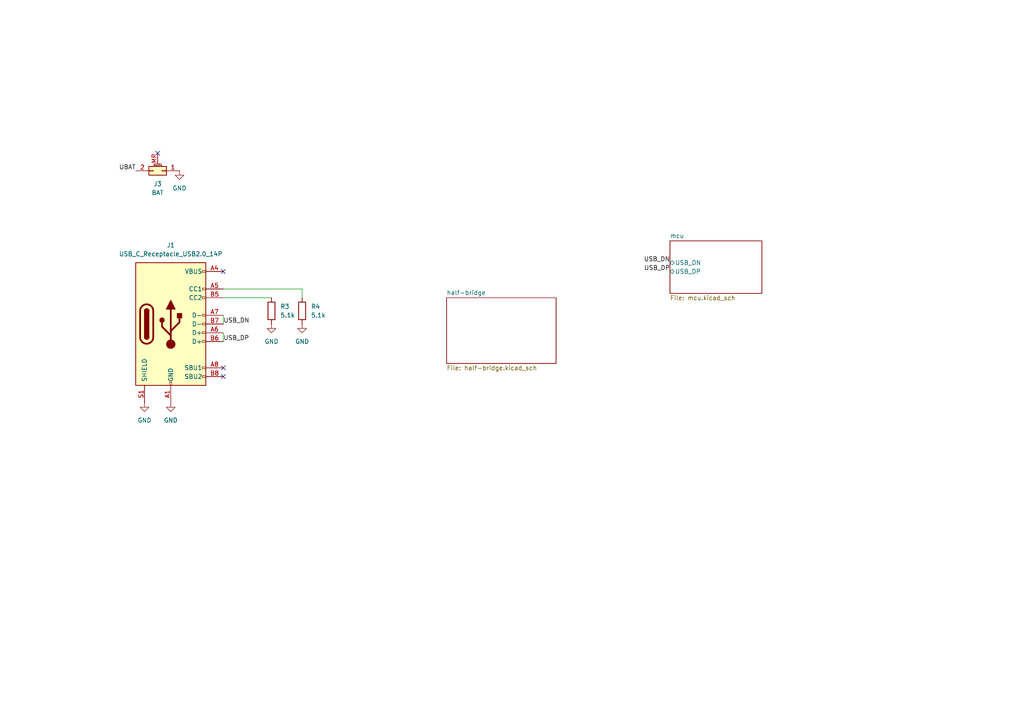
<source format=kicad_sch>
(kicad_sch (version 20250114) (generator "eeschema") (generator_version "9.0")
  (paper "A4")
  (lib_symbols
    (symbol "Connector:USB_C_Receptacle_USB2.0_16P" (pin_names (offset 1.016))
      (property "Reference" "J" (at 0 22.225 0))
      (property "Value" "USB_C_Receptacle_USB2.0_16P" (at 0 19.685 0))
      (symbol "USB_C_Receptacle_USB2.0_16P_0_0"
        (rectangle (start -0.254 -17.78) (end 0.254 -16.764))
        (rectangle (start 10.16 15.494) (end 9.144 14.986))
        (rectangle (start 10.16 10.414) (end 9.144 9.906))
        (rectangle (start 10.16 7.874) (end 9.144 7.366))
        (rectangle (start 10.16 2.794) (end 9.144 2.286))
        (rectangle (start 10.16 0.254) (end 9.144 -0.254))
        (rectangle (start 10.16 -2.286) (end 9.144 -2.794))
        (rectangle (start 10.16 -4.826) (end 9.144 -5.334))
        (rectangle (start 10.16 -12.446) (end 9.144 -12.954))
        (rectangle (start 10.16 -14.986) (end 9.144 -15.494))
      )
      (symbol "USB_C_Receptacle_USB2.0_16P_0_1"
        (rectangle (start -10.16 17.78) (end 10.16 -17.78) (stroke (width 0.254)) (fill (type background)))
        (polyline (pts (xy -8.89 -3.81) (xy -8.89 3.81)) (stroke (width 0.508)))
        (rectangle (start -7.62 -3.81) (end -6.35 3.81) (stroke (width 0.254)) (fill (type outline)))
        (arc (start -7.62 3.81) (mid -6.985 4.4423) (end -6.35 3.81) (stroke (width 0.254)))
        (arc (start -7.62 3.81) (mid -6.985 4.4423) (end -6.35 3.81) (stroke (width 0.254)) (fill (type outline)))
        (arc (start -8.89 3.81) (mid -6.985 5.7067) (end -5.08 3.81) (stroke (width 0.508)))
        (arc (start -5.08 -3.81) (mid -6.985 -5.7067) (end -8.89 -3.81) (stroke (width 0.508)))
        (arc (start -6.35 -3.81) (mid -6.985 -4.4423) (end -7.62 -3.81) (stroke (width 0.254)))
        (arc (start -6.35 -3.81) (mid -6.985 -4.4423) (end -7.62 -3.81) (stroke (width 0.254)) (fill (type outline)))
        (polyline (pts (xy -5.08 3.81) (xy -5.08 -3.81)) (stroke (width 0.508)))
        (circle (center -2.54 1.143) (radius 0.635) (stroke (width 0.254)) (fill (type outline)))
        (polyline (pts (xy -1.27 4.318) (xy 0 6.858) (xy 1.27 4.318) (xy -1.27 4.318)) (stroke (width 0.254)) (fill (type outline)))
        (polyline (pts (xy 0 -2.032) (xy 2.54 0.508) (xy 2.54 1.778)) (stroke (width 0.508)))
        (polyline (pts (xy 0 -3.302) (xy -2.54 -0.762) (xy -2.54 0.508)) (stroke (width 0.508)))
        (polyline (pts (xy 0 -5.842) (xy 0 4.318)) (stroke (width 0.508)))
        (circle (center 0 -5.842) (radius 1.27) (fill (type outline)))
        (rectangle (start 1.905 1.778) (end 3.175 3.048) (stroke (width 0.254)) (fill (type outline)))
      )
      (symbol "USB_C_Receptacle_USB2.0_16P_1_1"
        (pin passive line (at -7.62 -22.86 90) (length 5.08) (name "SHIELD") (number "S1"))
        (pin passive line (at 0 -22.86 90) (length 5.08) (name "GND") (number "A1"))
        (pin passive line (at 0 -22.86 90) (length 5.08) (hide yes) (name "GND") (number "A12"))
        (pin passive line (at 0 -22.86 90) (length 5.08) (hide yes) (name "GND") (number "B1"))
        (pin passive line (at 0 -22.86 90) (length 5.08) (hide yes) (name "GND") (number "B12"))
        (pin passive line (at 15.24 15.24 180) (length 5.08) (name "VBUS") (number "A4"))
        (pin passive line (at 15.24 15.24 180) (length 5.08) (hide yes) (name "VBUS") (number "A9"))
        (pin passive line (at 15.24 15.24 180) (length 5.08) (hide yes) (name "VBUS") (number "B4"))
        (pin passive line (at 15.24 15.24 180) (length 5.08) (hide yes) (name "VBUS") (number "B9"))
        (pin bidirectional line (at 15.24 10.16 180) (length 5.08) (name "CC1") (number "A5"))
        (pin bidirectional line (at 15.24 7.62 180) (length 5.08) (name "CC2") (number "B5"))
        (pin bidirectional line (at 15.24 2.54 180) (length 5.08) (name "D-") (number "A7"))
        (pin bidirectional line (at 15.24 0 180) (length 5.08) (name "D-") (number "B7"))
        (pin bidirectional line (at 15.24 -2.54 180) (length 5.08) (name "D+") (number "A6"))
        (pin bidirectional line (at 15.24 -5.08 180) (length 5.08) (name "D+") (number "B6"))
        (pin bidirectional line (at 15.24 -12.7 180) (length 5.08) (name "SBU1") (number "A8"))
        (pin bidirectional line (at 15.24 -15.24 180) (length 5.08) (name "SBU2") (number "B8"))
      )
    )
    (symbol "Connector_Generic_MountingPin:Conn_02x01_MountingPin" (pin_names (offset 1.016) (hide yes))
      (property "Reference" "J" (at 1.27 2.54 0))
      (property "Value" "Conn_02x01_MountingPin" (at 2.54 -2.54 0))
      (symbol "Conn_02x01_MountingPin_1_1"
        (rectangle (start -1.27 1.27) (end 3.81 -1.27) (stroke (width 0.254)) (fill (type background)))
        (rectangle (start -1.27 0.127) (end 0 -0.127) (stroke (width 0.1524)))
        (polyline (pts (xy 0.254 -2.032) (xy 2.286 -2.032)) (stroke (width 0.1524)))
        (rectangle (start 3.81 0.127) (end 2.54 -0.127) (stroke (width 0.1524)))
        (text "Mounting" (at 1.27 -1.651 0) (effects (font (size 0.381 0.381))))
        (pin passive line (at -5.08 0 0) (length 3.81) (name "Pin_1") (number "1"))
        (pin passive line (at 1.27 -5.08 90) (length 3.048) (name "MountPin") (number "MP"))
        (pin passive line (at 7.62 0 180) (length 3.81) (name "Pin_2") (number "2"))
      )
    )
    (symbol "Device:R" (pin_numbers (hide yes)) (pin_names (offset 0))
      (property "Reference" "R" (at 2.032 0 90))
      (property "Value" "R" (at 0 0 90))
      (symbol "R_0_1"
        (rectangle (start -1.016 -2.54) (end 1.016 2.54) (stroke (width 0.254)))
      )
      (symbol "R_1_1"
        (pin passive line (at 0 3.81 270) (length 1.27) (name "~") (number "1"))
        (pin passive line (at 0 -3.81 90) (length 1.27) (name "~") (number "2"))
      )
    )
    (symbol "power:GND" (power) (pin_numbers (hide yes)) (pin_names (offset 0) (hide yes))
      (property "Value" "GND" (at 0 -3.81 0))
      (symbol "GND_0_1"
        (polyline (pts (xy 0 0) (xy 0 -1.27) (xy 1.27 -1.27) (xy 0 -2.54) (xy -1.27 -1.27) (xy 0 -1.27)))
      )
      (symbol "GND_1_1"
        (pin power_in line (at 0 0 270) (length 0) (name "~") (number "1"))
      )
    )
  )
  (no_connect (at 64.77 109.22))
  (no_connect (at 45.72 44.45))
  (no_connect (at 64.77 106.68))
  (no_connect (at 64.77 78.74))
  (wire (pts (xy 64.77 86.36) (xy 78.74 86.36)))
  (wire (pts (xy 87.63 86.36) (xy 87.63 83.82)))
  (wire (pts (xy 64.77 96.52) (xy 64.77 99.06)))
  (wire (pts (xy 64.77 91.44) (xy 64.77 93.98)))
  (wire (pts (xy 64.77 83.82) (xy 87.63 83.82)))
  (label "USB_DP" (at 64.77 99.06 0))
  (label "USB_DP" (at 194.31 78.74 180))
  (label "UBAT" (at 39.37 49.53 180))
  (label "USB_DN" (at 64.77 93.98 0))
  (label "USB_DN" (at 194.31 76.2 180))
  (symbol (lib_id "Device:R") (at 87.63 90.17 0) (unit 1)
    (property "Reference" "R4" (at 90.17 88.8999 0) (effects (justify left)))
    (property "Value" "5.1k" (at 90.17 91.4399 0) (effects (justify left)))
    (property "Footprint" "Resistor_SMD:R_0402_1005Metric" (effects (hide yes)))
    (property "Description" "Resistor" (effects (hide yes)))
  )
  (symbol (lib_id "power:GND") (at 49.53 116.84 0) (unit 1)
    (property "Reference" "#PWR013" (effects (hide yes)))
    (property "Value" "GND" (at 49.53 121.92 0))
    (property "Description" "Power symbol creates a global label with name \"GND\" , ground" (effects (hide yes)))
  )
  (symbol (lib_id "Device:R") (at 78.74 90.17 0) (unit 1)
    (property "Reference" "R3" (at 81.28 88.8999 0) (effects (justify left)))
    (property "Value" "5.1k" (at 81.28 91.4399 0) (effects (justify left)))
    (property "Footprint" "Resistor_SMD:R_0402_1005Metric" (effects (hide yes)))
    (property "Description" "Resistor" (effects (hide yes)))
  )
  (symbol (lib_id "Connector:USB_C_Receptacle_USB2.0_16P") (at 49.53 93.98 0) (unit 1)
    (property "Reference" "J1" (at 49.53 71.12 0))
    (property "Value" "USB_C_Receptacle_USB2.0_14P" (at 49.53 73.66 0))
    (property "Footprint" "Connector_USB:USB_C_Receptacle_Palconn_UTC16-G" (effects (hide yes)))
    (property "Datasheet" "https://www.usb.org/sites/default/files/documents/usb_type-c.zip" (effects (hide yes)))
    (property "Description" "USB 2.0-only 16P Type-C Receptacle connector" (effects (hide yes)))
  )
  (symbol (lib_id "Connector_Generic_MountingPin:Conn_02x01_MountingPin") (at 46.99 49.53 180) (unit 1)
    (property "Reference" "J3" (at 45.72 53.34 0))
    (property "Value" "BAT" (at 45.72 55.88 0))
    (property "Footprint" "Connector_AMASS:AMASS_XT90PW-M_1x02_P10.90mm_Horizontal" (effects (hide yes)))
    (property "Description" "Generic connectable mounting pin connector, double row, 02x01, this symbol is compatible with counter-clockwise, top-bottom and odd-even numbering schemes., script generated (kicad-library-utils/schlib/autogen/connector/)" (effects (hide yes)))
    (property "LCSC" "C3040689" (effects (hide yes)))
  )
  (symbol (lib_id "power:GND") (at 52.07 49.53 0) (unit 1)
    (property "Reference" "#PWR010" (effects (hide yes)))
    (property "Value" "GND" (at 52.07 54.61 0))
    (property "Description" "Power symbol creates a global label with name \"GND\" , ground" (effects (hide yes)))
  )
  (symbol (lib_id "power:GND") (at 78.74 93.98 0) (unit 1)
    (property "Reference" "#PWR015" (effects (hide yes)))
    (property "Value" "GND" (at 78.74 99.06 0))
    (property "Description" "Power symbol creates a global label with name \"GND\" , ground" (effects (hide yes)))
  )
  (symbol (lib_id "power:GND") (at 41.91 116.84 0) (unit 1)
    (property "Reference" "#PWR014" (effects (hide yes)))
    (property "Value" "GND" (at 41.91 121.92 0))
    (property "Description" "Power symbol creates a global label with name \"GND\" , ground" (effects (hide yes)))
  )
  (symbol (lib_id "power:GND") (at 87.63 93.98 0) (unit 1)
    (property "Reference" "#PWR016" (effects (hide yes)))
    (property "Value" "GND" (at 87.63 99.06 0))
    (property "Description" "Power symbol creates a global label with name \"GND\" , ground" (effects (hide yes)))
  )
  (sheet (at 194.31 69.85) (size 26.67 15.24) (stroke (width 0.1524))
    (property "Sheetname" "mcu" (at 194.31 69.1384 0) (effects (justify left bottom)))
    (property "Sheetfile" "mcu.kicad_sch" (at 194.31 85.6746 0) (effects (justify left top)))
    (pin "USB_DN" bidirectional (at 194.31 76.2 180))
    (pin "USB_DP" bidirectional (at 194.31 78.74 180))
  )
  (sheet (at 129.54 86.36) (size 31.75 19.05) (stroke (width 0.1524))
    (property "Sheetname" "half-bridge" (at 129.54 85.6484 0) (effects (justify left bottom)))
    (property "Sheetfile" "half-bridge.kicad_sch" (at 129.54 105.9946 0) (effects (justify left top)))
  )
)
</source>
